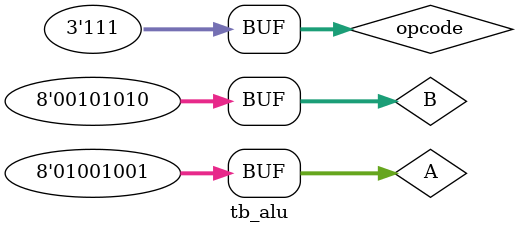
<source format=sv>
`timescale 1ns / 1ps


module tb_alu # (
   parameter N = 8
);


logic [N-1:0] A;
logic [N-1:0] B;
logic [2:0]   opcode;
logic [N-1:0] Y;

alu # (
   .N (N)
)
alu_inst (
   .A          (A       ),
   .B          (B       ),
   .opcode     (opcode  ),
   .Y          (Y       )
);

initial begin
   #10;

   A = 73;
   B = 42;
   for (int i = 0; i < 8; i++) begin
      opcode = i;
      #5;
   end
end
endmodule

</source>
